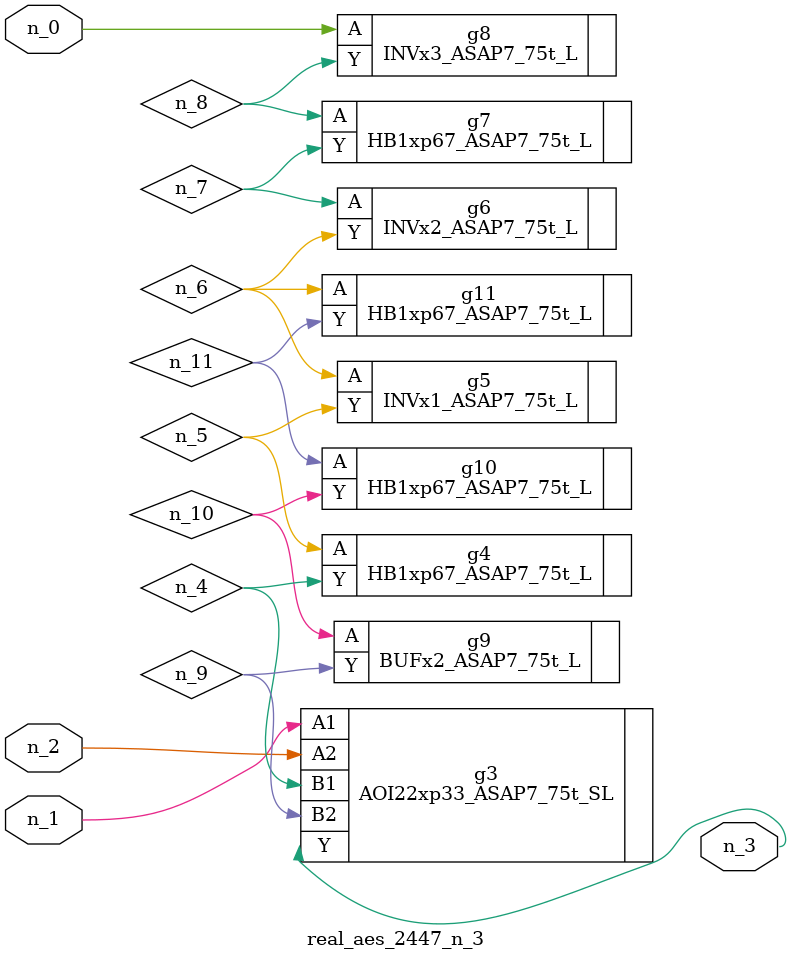
<source format=v>
module real_aes_2447_n_3 (n_0, n_2, n_1, n_3);
input n_0;
input n_2;
input n_1;
output n_3;
wire n_4;
wire n_5;
wire n_7;
wire n_9;
wire n_6;
wire n_8;
wire n_10;
wire n_11;
INVx3_ASAP7_75t_L g8 ( .A(n_0), .Y(n_8) );
AOI22xp33_ASAP7_75t_SL g3 ( .A1(n_1), .A2(n_2), .B1(n_4), .B2(n_9), .Y(n_3) );
HB1xp67_ASAP7_75t_L g4 ( .A(n_5), .Y(n_4) );
INVx1_ASAP7_75t_L g5 ( .A(n_6), .Y(n_5) );
HB1xp67_ASAP7_75t_L g11 ( .A(n_6), .Y(n_11) );
INVx2_ASAP7_75t_L g6 ( .A(n_7), .Y(n_6) );
HB1xp67_ASAP7_75t_L g7 ( .A(n_8), .Y(n_7) );
BUFx2_ASAP7_75t_L g9 ( .A(n_10), .Y(n_9) );
HB1xp67_ASAP7_75t_L g10 ( .A(n_11), .Y(n_10) );
endmodule
</source>
